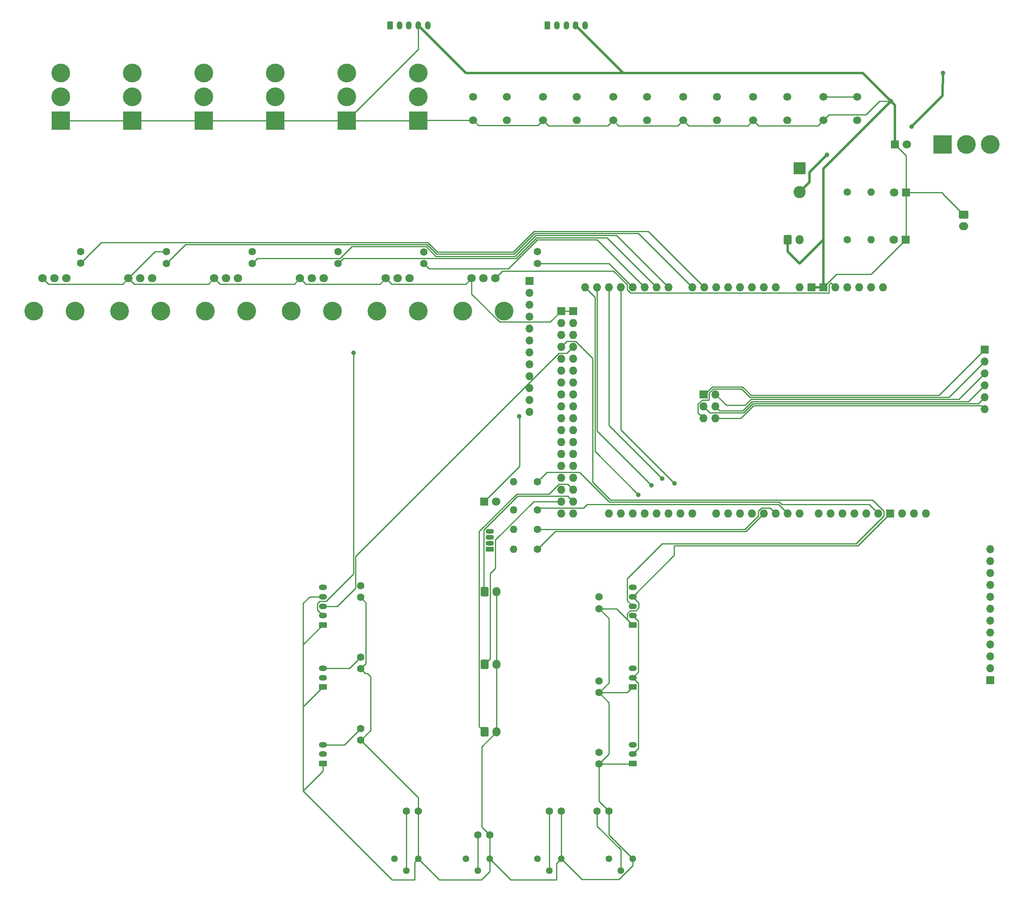
<source format=gbr>
%TF.GenerationSoftware,KiCad,Pcbnew,(7.0.0-0)*%
%TF.CreationDate,2024-03-29T02:07:55+01:00*%
%TF.ProjectId,universalRobotTx,756e6976-6572-4736-916c-526f626f7454,rev?*%
%TF.SameCoordinates,Original*%
%TF.FileFunction,Copper,L2,Bot*%
%TF.FilePolarity,Positive*%
%FSLAX46Y46*%
G04 Gerber Fmt 4.6, Leading zero omitted, Abs format (unit mm)*
G04 Created by KiCad (PCBNEW (7.0.0-0)) date 2024-03-29 02:07:55*
%MOMM*%
%LPD*%
G01*
G04 APERTURE LIST*
G04 Aperture macros list*
%AMRoundRect*
0 Rectangle with rounded corners*
0 $1 Rounding radius*
0 $2 $3 $4 $5 $6 $7 $8 $9 X,Y pos of 4 corners*
0 Add a 4 corners polygon primitive as box body*
4,1,4,$2,$3,$4,$5,$6,$7,$8,$9,$2,$3,0*
0 Add four circle primitives for the rounded corners*
1,1,$1+$1,$2,$3*
1,1,$1+$1,$4,$5*
1,1,$1+$1,$6,$7*
1,1,$1+$1,$8,$9*
0 Add four rect primitives between the rounded corners*
20,1,$1+$1,$2,$3,$4,$5,0*
20,1,$1+$1,$4,$5,$6,$7,0*
20,1,$1+$1,$6,$7,$8,$9,0*
20,1,$1+$1,$8,$9,$2,$3,0*%
G04 Aperture macros list end*
%TA.AperFunction,ComponentPad*%
%ADD10R,1.700000X1.700000*%
%TD*%
%TA.AperFunction,ComponentPad*%
%ADD11O,1.700000X1.700000*%
%TD*%
%TA.AperFunction,ComponentPad*%
%ADD12O,1.727200X1.727200*%
%TD*%
%TA.AperFunction,ComponentPad*%
%ADD13R,1.727200X1.727200*%
%TD*%
%TA.AperFunction,ComponentPad*%
%ADD14R,4.000000X4.000000*%
%TD*%
%TA.AperFunction,ComponentPad*%
%ADD15C,4.000000*%
%TD*%
%TA.AperFunction,ComponentPad*%
%ADD16RoundRect,0.250000X-0.600000X-0.750000X0.600000X-0.750000X0.600000X0.750000X-0.600000X0.750000X0*%
%TD*%
%TA.AperFunction,ComponentPad*%
%ADD17O,1.700000X2.000000*%
%TD*%
%TA.AperFunction,ComponentPad*%
%ADD18RoundRect,0.250000X-0.750000X0.600000X-0.750000X-0.600000X0.750000X-0.600000X0.750000X0.600000X0*%
%TD*%
%TA.AperFunction,ComponentPad*%
%ADD19O,2.000000X1.700000*%
%TD*%
%TA.AperFunction,ComponentPad*%
%ADD20C,1.600000*%
%TD*%
%TA.AperFunction,ComponentPad*%
%ADD21O,1.600000X1.600000*%
%TD*%
%TA.AperFunction,ComponentPad*%
%ADD22R,2.600000X2.600000*%
%TD*%
%TA.AperFunction,ComponentPad*%
%ADD23C,2.600000*%
%TD*%
%TA.AperFunction,ComponentPad*%
%ADD24C,1.440000*%
%TD*%
%TA.AperFunction,WasherPad*%
%ADD25C,4.000000*%
%TD*%
%TA.AperFunction,ComponentPad*%
%ADD26C,1.800000*%
%TD*%
%TA.AperFunction,ComponentPad*%
%ADD27C,1.700000*%
%TD*%
%TA.AperFunction,ComponentPad*%
%ADD28R,1.800000X1.800000*%
%TD*%
%TA.AperFunction,ComponentPad*%
%ADD29R,1.800000X1.070000*%
%TD*%
%TA.AperFunction,ComponentPad*%
%ADD30O,1.800000X1.070000*%
%TD*%
%TA.AperFunction,ComponentPad*%
%ADD31O,1.750000X1.200000*%
%TD*%
%TA.AperFunction,ComponentPad*%
%ADD32RoundRect,0.250000X0.625000X-0.350000X0.625000X0.350000X-0.625000X0.350000X-0.625000X-0.350000X0*%
%TD*%
%TA.AperFunction,ComponentPad*%
%ADD33O,1.200000X1.750000*%
%TD*%
%TA.AperFunction,ComponentPad*%
%ADD34RoundRect,0.250000X-0.350000X-0.625000X0.350000X-0.625000X0.350000X0.625000X-0.350000X0.625000X0*%
%TD*%
%TA.AperFunction,ViaPad*%
%ADD35C,1.000000*%
%TD*%
%TA.AperFunction,Conductor*%
%ADD36C,0.250000*%
%TD*%
%TA.AperFunction,Conductor*%
%ADD37C,0.500000*%
%TD*%
G04 APERTURE END LIST*
D10*
%TO.P,J13,1,Pin_1*%
%TO.N,unconnected-(J13-Pin_1-Pad1)*%
X-20319999Y-134619999D03*
D11*
%TO.P,J13,2,Pin_2*%
%TO.N,unconnected-(J13-Pin_2-Pad2)*%
X-20319999Y-132079999D03*
%TO.P,J13,3,Pin_3*%
%TO.N,D11*%
X-20319999Y-129539999D03*
%TO.P,J13,4,Pin_4*%
%TO.N,D12*%
X-20319999Y-126999999D03*
%TO.P,J13,5,Pin_5*%
%TO.N,GND*%
X-20319999Y-124459999D03*
%TO.P,J13,6,Pin_6*%
%TO.N,AREF*%
X-20319999Y-121919999D03*
%TO.P,J13,7,Pin_7*%
%TO.N,SDA*%
X-20319999Y-119379999D03*
%TO.P,J13,8,Pin_8*%
%TO.N,SCL*%
X-20319999Y-116839999D03*
%TO.P,J13,9,Pin_9*%
%TO.N,unconnected-(J13-Pin_9-Pad9)*%
X-20319999Y-114299999D03*
%TO.P,J13,10,Pin_10*%
%TO.N,unconnected-(J13-Pin_10-Pad10)*%
X-20319999Y-111759999D03*
%TO.P,J13,11,Pin_11*%
%TO.N,3V3*%
X-20319999Y-109219999D03*
%TO.P,J13,12,Pin_12*%
%TO.N,IORF*%
X-20319999Y-106679999D03*
%TD*%
D10*
%TO.P,J15,1,Pin_1*%
%TO.N,D53*%
X-118540514Y-49471853D03*
D11*
%TO.P,J15,2,Pin_2*%
%TO.N,D52*%
X-118540514Y-52011853D03*
%TO.P,J15,3,Pin_3*%
%TO.N,D51*%
X-118540514Y-54551853D03*
%TO.P,J15,4,Pin_4*%
%TO.N,D50*%
X-118540514Y-57091853D03*
%TO.P,J15,5,Pin_5*%
%TO.N,D47*%
X-118540514Y-59631853D03*
%TO.P,J15,6,Pin_6*%
%TO.N,D46*%
X-118540514Y-62171853D03*
%TO.P,J15,7,Pin_7*%
%TO.N,D45*%
X-118540514Y-64711853D03*
%TO.P,J15,8,Pin_8*%
%TO.N,D44*%
X-118540514Y-67251853D03*
%TO.P,J15,9,Pin_9*%
%TO.N,D43*%
X-118540514Y-69791853D03*
%TO.P,J15,10,Pin_10*%
%TO.N,D42*%
X-118540514Y-72331853D03*
%TO.P,J15,11,Pin_11*%
%TO.N,D41*%
X-118540514Y-74871853D03*
%TO.P,J15,12,Pin_12*%
%TO.N,D40*%
X-118540514Y-77411853D03*
%TD*%
D10*
%TO.P,J14,1,Pin_1*%
%TO.N,Net-(A1-SPI_GND)*%
X-21492353Y-64080078D03*
D11*
%TO.P,J14,2,Pin_2*%
%TO.N,Net-(A1-SPI_5V)*%
X-21492353Y-66620078D03*
%TO.P,J14,3,Pin_3*%
%TO.N,Net-(A1-SPI_RESET)*%
X-21492353Y-69160078D03*
%TO.P,J14,4,Pin_4*%
%TO.N,Net-(A1-SPI_SCK)*%
X-21492353Y-71700078D03*
%TO.P,J14,5,Pin_5*%
%TO.N,Net-(A1-SPI_MOSI)*%
X-21492353Y-74240078D03*
%TO.P,J14,6,Pin_6*%
%TO.N,Net-(A1-SPI_MISO)*%
X-21492353Y-76780078D03*
%TD*%
D12*
%TO.P,A1,VIN,VIN*%
%TO.N,7-12V*%
X-60959999Y-50799999D03*
%TO.P,A1,SDA,SDA*%
%TO.N,SDA*%
X-36575999Y-99059999D03*
%TO.P,A1,SCL,SCL*%
%TO.N,SCL*%
X-34035999Y-99059999D03*
%TO.P,A1,SCK,SPI_SCK*%
%TO.N,Net-(A1-SPI_SCK)*%
X-78866999Y-76199999D03*
%TO.P,A1,RST2,SPI_RESET*%
%TO.N,Net-(A1-SPI_RESET)*%
X-78866999Y-73659999D03*
%TO.P,A1,RST1,RESET*%
%TO.N,Net-(A1-RESET)*%
X-48259999Y-50799999D03*
%TO.P,A1,MOSI,SPI_MOSI*%
%TO.N,Net-(A1-SPI_MOSI)*%
X-81406999Y-76199999D03*
%TO.P,A1,MISO,SPI_MISO*%
%TO.N,Net-(A1-SPI_MISO)*%
X-78866999Y-78739999D03*
%TO.P,A1,IORF,IOREF*%
%TO.N,IORF*%
X-45719999Y-50799999D03*
D13*
%TO.P,A1,GND6,GND*%
%TO.N,GND*%
X-111759999Y-55879999D03*
%TO.P,A1,GND5,GND*%
X-109219999Y-55879999D03*
%TO.P,A1,GND4,SPI_GND*%
%TO.N,Net-(A1-SPI_GND)*%
X-81406999Y-73659999D03*
%TO.P,A1,GND3,GND*%
%TO.N,GND*%
X-58419999Y-50799999D03*
%TO.P,A1,GND2,GND*%
X-55879999Y-50799999D03*
%TO.P,A1,GND1,GND*%
X-41655999Y-99059999D03*
D12*
%TO.P,A1,D53,D53_CS*%
%TO.N,D53*%
X-111759999Y-58419999D03*
%TO.P,A1,D52,D52_SCK*%
%TO.N,D52*%
X-109219999Y-58419999D03*
%TO.P,A1,D51,D51_MOSI*%
%TO.N,D51*%
X-111759999Y-60959999D03*
%TO.P,A1,D50,D50_MISO*%
%TO.N,D50*%
X-109219999Y-60959999D03*
%TO.P,A1,D49,D49*%
%TO.N,D49*%
X-111759999Y-63499999D03*
%TO.P,A1,D48,D48*%
%TO.N,D48*%
X-109219999Y-63499999D03*
%TO.P,A1,D47,D47*%
%TO.N,D47*%
X-111759999Y-66039999D03*
%TO.P,A1,D46,D46*%
%TO.N,D46*%
X-109219999Y-66039999D03*
%TO.P,A1,D45,D45*%
%TO.N,D45*%
X-111759999Y-68579999D03*
%TO.P,A1,D44,D44*%
%TO.N,D44*%
X-109219999Y-68579999D03*
%TO.P,A1,D43,D43*%
%TO.N,D43*%
X-111759999Y-71119999D03*
%TO.P,A1,D42,D42*%
%TO.N,D42*%
X-109219999Y-71119999D03*
%TO.P,A1,D41,D41*%
%TO.N,D41*%
X-111759999Y-73659999D03*
%TO.P,A1,D40,D40*%
%TO.N,D40*%
X-109219999Y-73659999D03*
%TO.P,A1,D39,D39*%
%TO.N,D39*%
X-111759999Y-76199999D03*
%TO.P,A1,D38,D38*%
%TO.N,D38*%
X-109219999Y-76199999D03*
%TO.P,A1,D37,D37*%
%TO.N,D37*%
X-111759999Y-78739999D03*
%TO.P,A1,D36,D36*%
%TO.N,Net-(SW16-B)*%
X-109219999Y-78739999D03*
%TO.P,A1,D35,D35*%
%TO.N,Net-(SW17-B)*%
X-111759999Y-81279999D03*
%TO.P,A1,D34,D34*%
%TO.N,Net-(SW15-B)*%
X-109219999Y-81279999D03*
%TO.P,A1,D33,D33*%
%TO.N,Net-(SW14-B)*%
X-111759999Y-83819999D03*
%TO.P,A1,D32,D32*%
%TO.N,Net-(SW13-B)*%
X-109219999Y-83819999D03*
%TO.P,A1,D31,D31*%
%TO.N,Net-(SW1-B)*%
X-111759999Y-86359999D03*
%TO.P,A1,D30,D30*%
%TO.N,Net-(A1-PadD30)*%
X-109219999Y-86359999D03*
%TO.P,A1,D29,D29*%
%TO.N,Net-(A1-PadD29)*%
X-111759999Y-88899999D03*
%TO.P,A1,D28,D28*%
%TO.N,Net-(A1-PadD28)*%
X-109219999Y-88899999D03*
%TO.P,A1,D27,D27*%
%TO.N,Net-(A1-PadD27)*%
X-111759999Y-91439999D03*
%TO.P,A1,D26,D26*%
%TO.N,Net-(A1-PadD26)*%
X-109219999Y-91439999D03*
%TO.P,A1,D25,D25*%
%TO.N,Net-(A1-PadD25)*%
X-111759999Y-93979999D03*
%TO.P,A1,D24,D24*%
%TO.N,Net-(A1-PadD24)*%
X-109219999Y-93979999D03*
%TO.P,A1,D23,D23*%
%TO.N,Net-(A1-PadD23)*%
X-111759999Y-96519999D03*
%TO.P,A1,D22,D22*%
%TO.N,Net-(A1-PadD22)*%
X-109219999Y-96519999D03*
%TO.P,A1,D21,D21/SCL*%
%TO.N,unconnected-(A1-D21{slash}SCL-PadD21)*%
X-101599999Y-99059999D03*
%TO.P,A1,D20,D20/SDA*%
%TO.N,unconnected-(A1-D20{slash}SDA-PadD20)*%
X-99059999Y-99059999D03*
%TO.P,A1,D19,D19/RX1*%
%TO.N,unconnected-(A1-D19{slash}RX1-PadD19)*%
X-96519999Y-99059999D03*
%TO.P,A1,D18,D18/TX1*%
%TO.N,unconnected-(A1-D18{slash}TX1-PadD18)*%
X-93979999Y-99059999D03*
%TO.P,A1,D17,D17/RX2*%
%TO.N,unconnected-(A1-D17{slash}RX2-PadD17)*%
X-91439999Y-99059999D03*
%TO.P,A1,D16,D16/TX2*%
%TO.N,unconnected-(A1-D16{slash}TX2-PadD16)*%
X-88899999Y-99059999D03*
%TO.P,A1,D15,D15/RX3*%
%TO.N,unconnected-(A1-D15{slash}RX3-PadD15)*%
X-86359999Y-99059999D03*
%TO.P,A1,D14,D14/TX3*%
%TO.N,unconnected-(A1-D14{slash}TX3-PadD14)*%
X-83819999Y-99059999D03*
%TO.P,A1,D13,D13*%
%TO.N,Net-(A1-PadD13)*%
X-44195999Y-99059999D03*
%TO.P,A1,D12,D12*%
%TO.N,D12*%
X-46735999Y-99059999D03*
%TO.P,A1,D11,D11*%
%TO.N,D11*%
X-49275999Y-99059999D03*
%TO.P,A1,D10,D10*%
%TO.N,Net-(J5-Pin_1)*%
X-51815999Y-99059999D03*
%TO.P,A1,D9,D9*%
%TO.N,Net-(J4-Pin_1)*%
X-54355999Y-99059999D03*
%TO.P,A1,D8,D8*%
%TO.N,Net-(A1-PadD8)*%
X-56895999Y-99059999D03*
%TO.P,A1,D7,D7*%
%TO.N,Net-(A1-PadD7)*%
X-60959999Y-99059999D03*
%TO.P,A1,D6,D6*%
%TO.N,Net-(A1-PadD6)*%
X-63499999Y-99059999D03*
%TO.P,A1,D5,D5*%
%TO.N,Net-(A1-PadD5)*%
X-66039999Y-99059999D03*
%TO.P,A1,D4,D4*%
%TO.N,Net-(A1-PadD4)*%
X-68579999Y-99059999D03*
%TO.P,A1,D3,D3_INT1*%
%TO.N,D3*%
X-71119999Y-99059999D03*
%TO.P,A1,D2,D2_INT0*%
%TO.N,D2*%
X-73659999Y-99059999D03*
%TO.P,A1,D1,D1/TX0*%
%TO.N,unconnected-(A1-D1{slash}TX0-PadD1)*%
X-76199999Y-99059999D03*
%TO.P,A1,D0,D0/RX0*%
%TO.N,unconnected-(A1-D0{slash}RX0-PadD0)*%
X-78739999Y-99059999D03*
%TO.P,A1,AREF,AREF*%
%TO.N,AREF*%
X-39115999Y-99059999D03*
%TO.P,A1,A15,A15*%
%TO.N,Net-(A1-PadA15)*%
X-106679999Y-50799999D03*
%TO.P,A1,A14,A14*%
%TO.N,Net-(A1-PadA14)*%
X-104139999Y-50799999D03*
%TO.P,A1,A13,A13*%
%TO.N,Net-(A1-PadA13)*%
X-101599999Y-50799999D03*
%TO.P,A1,A12,A12*%
%TO.N,Net-(A1-PadA12)*%
X-99059999Y-50799999D03*
%TO.P,A1,A11,A11*%
%TO.N,Net-(A1-PadA11)*%
X-96519999Y-50799999D03*
%TO.P,A1,A10,A10*%
%TO.N,Net-(A1-PadA10)*%
X-93979999Y-50799999D03*
%TO.P,A1,A9,A9*%
%TO.N,Net-(A1-PadA9)*%
X-91439999Y-50799999D03*
%TO.P,A1,A8,A8*%
%TO.N,Net-(A1-PadA8)*%
X-88899999Y-50799999D03*
%TO.P,A1,A7,A7*%
%TO.N,Net-(A1-PadA7)*%
X-83819999Y-50799999D03*
%TO.P,A1,A6,A6*%
%TO.N,Net-(A1-PadA6)*%
X-81279999Y-50799999D03*
%TO.P,A1,A5,A5*%
%TO.N,Net-(J1-Pin_5)*%
X-78739999Y-50799999D03*
%TO.P,A1,A4,A4*%
%TO.N,Net-(J9-Pin_3)*%
X-76199999Y-50799999D03*
%TO.P,A1,A3,A3*%
%TO.N,Net-(J8-Pin_3)*%
X-73659999Y-50799999D03*
%TO.P,A1,A2,A2*%
%TO.N,Net-(J2-Pin_5)*%
X-71119999Y-50799999D03*
%TO.P,A1,A1,A1*%
%TO.N,Net-(J6-Pin_3)*%
X-68579999Y-50799999D03*
%TO.P,A1,A0,A0*%
%TO.N,Net-(J7-Pin_3)*%
X-66039999Y-50799999D03*
%TO.P,A1,5V4,5V*%
%TO.N,5V*%
X-111759999Y-99059999D03*
%TO.P,A1,5V3,5V*%
X-109219999Y-99059999D03*
%TO.P,A1,5V2,SPI_5V*%
%TO.N,Net-(A1-SPI_5V)*%
X-81406999Y-78739999D03*
%TO.P,A1,5V1,5V*%
%TO.N,5V*%
X-53339999Y-50799999D03*
%TO.P,A1,3V3,3.3V*%
%TO.N,3V3*%
X-50799999Y-50799999D03*
%TO.P,A1,*%
%TO.N,*%
X-43179999Y-50799999D03*
%TD*%
D14*
%TO.P,SW17,1,A*%
%TO.N,GND*%
X-172719999Y-15239999D03*
D15*
%TO.P,SW17,2,B*%
%TO.N,Net-(SW17-B)*%
X-172720000Y-10160000D03*
%TO.P,SW17,3,C*%
%TO.N,unconnected-(SW17-C-Pad3)*%
X-172720000Y-5080000D03*
%TD*%
%TO.P,SW16,3,C*%
%TO.N,unconnected-(SW16-C-Pad3)*%
X-142240000Y-5080000D03*
%TO.P,SW16,2,B*%
%TO.N,Net-(SW16-B)*%
X-142240000Y-10160000D03*
D14*
%TO.P,SW16,1,A*%
%TO.N,GND*%
X-142239999Y-15239999D03*
%TD*%
%TO.P,SW15,1,A*%
%TO.N,GND*%
X-157479999Y-15239999D03*
D15*
%TO.P,SW15,2,B*%
%TO.N,Net-(SW15-B)*%
X-157480000Y-10160000D03*
%TO.P,SW15,3,C*%
%TO.N,unconnected-(SW15-C-Pad3)*%
X-157480000Y-5080000D03*
%TD*%
D14*
%TO.P,SW14,1,A*%
%TO.N,GND*%
X-203199999Y-15239999D03*
D15*
%TO.P,SW14,2,B*%
%TO.N,Net-(SW14-B)*%
X-203200000Y-10160000D03*
%TO.P,SW14,3,C*%
%TO.N,unconnected-(SW14-C-Pad3)*%
X-203200000Y-5080000D03*
%TD*%
D14*
%TO.P,SW13,1,A*%
%TO.N,GND*%
X-187959999Y-15239999D03*
D15*
%TO.P,SW13,2,B*%
%TO.N,Net-(SW13-B)*%
X-187960000Y-10160000D03*
%TO.P,SW13,3,C*%
%TO.N,unconnected-(SW13-C-Pad3)*%
X-187960000Y-5080000D03*
%TD*%
D14*
%TO.P,SW1,1,A*%
%TO.N,GND*%
X-218439999Y-15239999D03*
D15*
%TO.P,SW1,2,B*%
%TO.N,Net-(SW1-B)*%
X-218440000Y-10160000D03*
%TO.P,SW1,3,C*%
%TO.N,unconnected-(SW1-C-Pad3)*%
X-218440000Y-5080000D03*
%TD*%
D16*
%TO.P,SW5,1,1*%
%TO.N,Net-(A1-PadD24)*%
X-128080429Y-145661307D03*
D17*
%TO.P,SW5,2,2*%
%TO.N,GND*%
X-125580428Y-145661306D03*
%TD*%
D16*
%TO.P,SW4,1,1*%
%TO.N,Net-(A1-PadD23)*%
X-128080429Y-131199771D03*
D17*
%TO.P,SW4,2,2*%
%TO.N,GND*%
X-125580428Y-131199770D03*
%TD*%
D16*
%TO.P,SW3,1,1*%
%TO.N,Net-(A1-PadD22)*%
X-128080429Y-115761307D03*
D17*
%TO.P,SW3,2,2*%
%TO.N,GND*%
X-125580428Y-115761306D03*
%TD*%
D18*
%TO.P,SW6,1,1*%
%TO.N,GND*%
X-25999730Y-35277234D03*
D19*
%TO.P,SW6,2,2*%
%TO.N,Net-(A1-RESET)*%
X-25999729Y-37777233D03*
%TD*%
D20*
%TO.P,R6,1*%
%TO.N,Net-(A1-PadD13)*%
X-116840000Y-92249283D03*
D21*
%TO.P,R6,2*%
%TO.N,Net-(D1-A)*%
X-121919999Y-92249282D03*
%TD*%
D20*
%TO.P,R5,1*%
%TO.N,Net-(A1-PadD8)*%
X-50800000Y-40640000D03*
D21*
%TO.P,R5,2*%
%TO.N,Net-(D4-A)*%
X-45719999Y-40639999D03*
%TD*%
%TO.P,R4,2*%
%TO.N,Net-(D2-BK)*%
X-121918787Y-98260331D03*
D20*
%TO.P,R4,1*%
%TO.N,Net-(A1-PadD6)*%
X-116838788Y-98260332D03*
%TD*%
%TO.P,R3,1*%
%TO.N,Net-(A1-PadD5)*%
X-116840000Y-102409283D03*
D21*
%TO.P,R3,2*%
%TO.N,Net-(D2-GK)*%
X-121919999Y-102409282D03*
%TD*%
%TO.P,R2,2*%
%TO.N,Net-(D2-RK)*%
X-121919999Y-106679999D03*
D20*
%TO.P,R2,1*%
%TO.N,Net-(A1-PadD4)*%
X-116840000Y-106680000D03*
%TD*%
%TO.P,R1,1*%
%TO.N,Net-(A1-PadD7)*%
X-50800000Y-30480000D03*
D21*
%TO.P,R1,2*%
%TO.N,Net-(D3-A)*%
X-45719999Y-30479999D03*
%TD*%
D22*
%TO.P,J3,1,Pin_1*%
%TO.N,Net-(J3-Pin_1)*%
X-60959999Y-25399999D03*
D23*
%TO.P,J3,2,Pin_2*%
%TO.N,Net-(J3-Pin_2)*%
X-60960000Y-30480000D03*
%TD*%
D24*
%TO.P,RV13,1,1*%
%TO.N,GND*%
X-127000000Y-172720000D03*
%TO.P,RV13,2,2*%
%TO.N,Net-(A1-PadA15)*%
X-129540000Y-175260000D03*
%TO.P,RV13,3,3*%
%TO.N,5V*%
X-132080000Y-172720000D03*
%TD*%
%TO.P,RV12,1,1*%
%TO.N,GND*%
X-111760000Y-172720000D03*
%TO.P,RV12,2,2*%
%TO.N,Net-(A1-PadA14)*%
X-114300000Y-175260000D03*
%TO.P,RV12,3,3*%
%TO.N,5V*%
X-116840000Y-172720000D03*
%TD*%
%TO.P,RV11,1,1*%
%TO.N,GND*%
X-96520000Y-172720000D03*
%TO.P,RV11,2,2*%
%TO.N,Net-(A1-PadA13)*%
X-99060000Y-175260000D03*
%TO.P,RV11,3,3*%
%TO.N,5V*%
X-101600000Y-172720000D03*
%TD*%
%TO.P,RV7,1,1*%
%TO.N,GND*%
X-142240000Y-172720000D03*
%TO.P,RV7,2,2*%
%TO.N,Net-(A1-PadA12)*%
X-144780000Y-175260000D03*
%TO.P,RV7,3,3*%
%TO.N,5V*%
X-147320000Y-172720000D03*
%TD*%
D25*
%TO.P,RV6,*%
%TO.N,*%
X-123952000Y-55880000D03*
X-132752000Y-55880000D03*
D26*
%TO.P,RV6,1,1*%
%TO.N,GND*%
X-130852000Y-48880000D03*
%TO.P,RV6,2,2*%
%TO.N,Net-(A1-PadA11)*%
X-128352000Y-48880000D03*
%TO.P,RV6,3,3*%
%TO.N,5V*%
X-125852000Y-48880000D03*
%TD*%
D25*
%TO.P,RV5,*%
%TO.N,*%
X-142240000Y-55880000D03*
X-151040000Y-55880000D03*
D26*
%TO.P,RV5,1,1*%
%TO.N,GND*%
X-149140000Y-48880000D03*
%TO.P,RV5,2,2*%
%TO.N,Net-(A1-PadA10)*%
X-146640000Y-48880000D03*
%TO.P,RV5,3,3*%
%TO.N,5V*%
X-144140000Y-48880000D03*
%TD*%
D25*
%TO.P,RV4,*%
%TO.N,*%
X-160528000Y-55880000D03*
X-169328000Y-55880000D03*
D26*
%TO.P,RV4,1,1*%
%TO.N,GND*%
X-167428000Y-48880000D03*
%TO.P,RV4,2,2*%
%TO.N,Net-(A1-PadA9)*%
X-164928000Y-48880000D03*
%TO.P,RV4,3,3*%
%TO.N,5V*%
X-162428000Y-48880000D03*
%TD*%
D25*
%TO.P,RV3,*%
%TO.N,*%
X-178816000Y-55880000D03*
X-187616000Y-55880000D03*
D26*
%TO.P,RV3,1,1*%
%TO.N,GND*%
X-185716000Y-48880000D03*
%TO.P,RV3,2,2*%
%TO.N,Net-(A1-PadA8)*%
X-183216000Y-48880000D03*
%TO.P,RV3,3,3*%
%TO.N,5V*%
X-180716000Y-48880000D03*
%TD*%
D25*
%TO.P,RV2,*%
%TO.N,*%
X-197104000Y-55880000D03*
X-205904000Y-55880000D03*
D26*
%TO.P,RV2,1,1*%
%TO.N,GND*%
X-204004000Y-48880000D03*
%TO.P,RV2,2,2*%
%TO.N,Net-(A1-PadA7)*%
X-201504000Y-48880000D03*
%TO.P,RV2,3,3*%
%TO.N,5V*%
X-199004000Y-48880000D03*
%TD*%
%TO.P,RV1,3,3*%
%TO.N,5V*%
X-217292000Y-48880000D03*
%TO.P,RV1,2,2*%
%TO.N,Net-(A1-PadA6)*%
X-219792000Y-48880000D03*
%TO.P,RV1,1,1*%
%TO.N,GND*%
X-222292000Y-48880000D03*
D25*
%TO.P,RV1,*%
%TO.N,*%
X-224192000Y-55880000D03*
X-215392000Y-55880000D03*
%TD*%
D27*
%TO.P,SW2,3*%
%TO.N,N/C*%
X-48680000Y-15160000D03*
%TO.P,SW2,2,2*%
%TO.N,GND*%
X-55880000Y-15160000D03*
%TO.P,SW2,1,1*%
%TO.N,Net-(A1-PadD25)*%
X-48680000Y-10160000D03*
X-55880000Y-10160000D03*
%TD*%
D26*
%TO.P,D3,2,A*%
%TO.N,Net-(D3-A)*%
X-40818345Y-30571326D03*
D28*
%TO.P,D3,1,K*%
%TO.N,GND*%
X-38278344Y-30571325D03*
%TD*%
D29*
%TO.P,D2,1,RK*%
%TO.N,Net-(D2-RK)*%
X-126999999Y-106679999D03*
D30*
%TO.P,D2,2,GK*%
%TO.N,Net-(D2-GK)*%
X-126999999Y-105409999D03*
%TO.P,D2,3,A*%
%TO.N,GND*%
X-126999999Y-104139999D03*
%TO.P,D2,4,BK*%
%TO.N,Net-(D2-BK)*%
X-126999999Y-102869999D03*
%TD*%
D27*
%TO.P,SW11,3*%
%TO.N,N/C*%
X-123379332Y-15123047D03*
%TO.P,SW11,2,2*%
%TO.N,GND*%
X-130579332Y-15123047D03*
%TO.P,SW11,1,1*%
%TO.N,Net-(A1-PadD29)*%
X-123379332Y-10123047D03*
X-130579332Y-10123047D03*
%TD*%
D20*
%TO.P,C3,1*%
%TO.N,Net-(J2-Pin_5)*%
X-103703118Y-116840000D03*
%TO.P,C3,2*%
%TO.N,GND*%
X-103703118Y-119340000D03*
%TD*%
D28*
%TO.P,D4,1,K*%
%TO.N,GND*%
X-38308868Y-40639999D03*
D26*
%TO.P,D4,2,A*%
%TO.N,Net-(D4-A)*%
X-40848869Y-40640000D03*
%TD*%
D27*
%TO.P,SW8,1,1*%
%TO.N,Net-(A1-PadD26)*%
X-85759734Y-10160000D03*
X-78559734Y-10160000D03*
%TO.P,SW8,2,2*%
%TO.N,GND*%
X-85759734Y-15160000D03*
%TO.P,SW8,3*%
%TO.N,N/C*%
X-78559734Y-15160000D03*
%TD*%
D31*
%TO.P,J7,3,Pin_3*%
%TO.N,Net-(J7-Pin_3)*%
X-96519999Y-148399999D03*
%TO.P,J7,2,Pin_2*%
%TO.N,5V*%
X-96519999Y-150399999D03*
D32*
%TO.P,J7,1,Pin_1*%
%TO.N,GND*%
X-96520000Y-152400000D03*
%TD*%
%TO.P,J2,1,Pin_1*%
%TO.N,GND*%
X-96520000Y-122840000D03*
D31*
%TO.P,J2,2,Pin_2*%
%TO.N,5V*%
X-96519999Y-120839999D03*
%TO.P,J2,3,Pin_3*%
%TO.N,D49*%
X-96519999Y-118839999D03*
%TO.P,J2,4,Pin_4*%
%TO.N,GND*%
X-96519999Y-116839999D03*
%TO.P,J2,5,Pin_5*%
%TO.N,Net-(J2-Pin_5)*%
X-96519999Y-114839999D03*
%TD*%
D32*
%TO.P,J9,1,Pin_1*%
%TO.N,GND*%
X-162560000Y-136080000D03*
D31*
%TO.P,J9,2,Pin_2*%
%TO.N,5V*%
X-162559999Y-134079999D03*
%TO.P,J9,3,Pin_3*%
%TO.N,Net-(J9-Pin_3)*%
X-162559999Y-132079999D03*
%TD*%
D27*
%TO.P,SW10,3*%
%TO.N,N/C*%
X-108439466Y-15160000D03*
%TO.P,SW10,2,2*%
%TO.N,GND*%
X-115639466Y-15160000D03*
%TO.P,SW10,1,1*%
%TO.N,Net-(A1-PadD28)*%
X-108439466Y-10160000D03*
X-115639466Y-10160000D03*
%TD*%
D16*
%TO.P,J11,1,Pin_1*%
%TO.N,GND*%
X-63460000Y-40640000D03*
D17*
%TO.P,J11,2,Pin_2*%
%TO.N,7-12V*%
X-60959999Y-40639999D03*
%TD*%
D26*
%TO.P,D5,2,A*%
%TO.N,7-12V*%
X-38100000Y-20320000D03*
D28*
%TO.P,D5,1,K*%
%TO.N,GND*%
X-40639999Y-20319999D03*
%TD*%
D20*
%TO.P,C17,2*%
%TO.N,GND*%
X-101600000Y-162560000D03*
%TO.P,C17,1*%
%TO.N,Net-(A1-PadA13)*%
X-104100000Y-162560000D03*
%TD*%
%TO.P,C2,1*%
%TO.N,Net-(J6-Pin_3)*%
X-103703118Y-134781657D03*
%TO.P,C2,2*%
%TO.N,GND*%
X-103703118Y-137281657D03*
%TD*%
%TO.P,C12,1*%
%TO.N,Net-(A1-PadA11)*%
X-116840000Y-45720000D03*
%TO.P,C12,2*%
%TO.N,GND*%
X-116840000Y-43220000D03*
%TD*%
D32*
%TO.P,J1,1,Pin_1*%
%TO.N,GND*%
X-162560000Y-122840000D03*
D31*
%TO.P,J1,2,Pin_2*%
%TO.N,5V*%
X-162559999Y-120839999D03*
%TO.P,J1,3,Pin_3*%
%TO.N,D48*%
X-162559999Y-118839999D03*
%TO.P,J1,4,Pin_4*%
%TO.N,GND*%
X-162559999Y-116839999D03*
%TO.P,J1,5,Pin_5*%
%TO.N,Net-(J1-Pin_5)*%
X-162559999Y-114839999D03*
%TD*%
D27*
%TO.P,SW9,3*%
%TO.N,N/C*%
X-63619868Y-15160000D03*
%TO.P,SW9,2,2*%
%TO.N,GND*%
X-70819868Y-15160000D03*
%TO.P,SW9,1,1*%
%TO.N,Net-(A1-PadD27)*%
X-63619868Y-10160000D03*
X-70819868Y-10160000D03*
%TD*%
D20*
%TO.P,C5,1*%
%TO.N,Net-(J9-Pin_3)*%
X-154503118Y-129701657D03*
%TO.P,C5,2*%
%TO.N,GND*%
X-154503118Y-132201657D03*
%TD*%
%TO.P,C8,1*%
%TO.N,Net-(A1-PadA7)*%
X-195936020Y-45720000D03*
%TO.P,C8,2*%
%TO.N,GND*%
X-195936020Y-43220000D03*
%TD*%
%TO.P,C18,1*%
%TO.N,Net-(A1-PadA14)*%
X-114260000Y-162560000D03*
%TO.P,C18,2*%
%TO.N,GND*%
X-111760000Y-162560000D03*
%TD*%
%TO.P,C7,1*%
%TO.N,Net-(A1-PadA6)*%
X-214234683Y-45649417D03*
%TO.P,C7,2*%
%TO.N,GND*%
X-214234683Y-43149417D03*
%TD*%
%TO.P,C19,1*%
%TO.N,Net-(A1-PadA15)*%
X-129500000Y-167640000D03*
%TO.P,C19,2*%
%TO.N,GND*%
X-127000000Y-167640000D03*
%TD*%
D15*
%TO.P,SW7,3,C*%
%TO.N,unconnected-(SW7-C-Pad3)*%
X-20320000Y-20320000D03*
%TO.P,SW7,2,B*%
%TO.N,Net-(J3-Pin_2)*%
X-25400000Y-20320000D03*
D14*
%TO.P,SW7,1,A*%
%TO.N,7-12V*%
X-30479999Y-20319999D03*
%TD*%
D20*
%TO.P,C13,2*%
%TO.N,GND*%
X-142240000Y-162560000D03*
%TO.P,C13,1*%
%TO.N,Net-(A1-PadA12)*%
X-144740000Y-162560000D03*
%TD*%
%TO.P,C4,1*%
%TO.N,Net-(J8-Pin_3)*%
X-154503118Y-144941657D03*
%TO.P,C4,2*%
%TO.N,GND*%
X-154503118Y-147441657D03*
%TD*%
%TO.P,C6,2*%
%TO.N,GND*%
X-154503118Y-116961657D03*
%TO.P,C6,1*%
%TO.N,Net-(J1-Pin_5)*%
X-154503118Y-114461657D03*
%TD*%
D32*
%TO.P,J8,1,Pin_1*%
%TO.N,GND*%
X-162560000Y-152400000D03*
D31*
%TO.P,J8,2,Pin_2*%
%TO.N,5V*%
X-162559999Y-150399999D03*
%TO.P,J8,3,Pin_3*%
%TO.N,Net-(J8-Pin_3)*%
X-162559999Y-148399999D03*
%TD*%
D33*
%TO.P,J4,5,Pin_5*%
%TO.N,unconnected-(J4-Pin_5-Pad5)*%
X-140239999Y5079999D03*
%TO.P,J4,4,Pin_4*%
%TO.N,GND*%
X-142239999Y5079999D03*
%TO.P,J4,3,Pin_3*%
%TO.N,7-12V*%
X-144239999Y5079999D03*
%TO.P,J4,2,Pin_2*%
%TO.N,unconnected-(J4-Pin_2-Pad2)*%
X-146239999Y5079999D03*
D34*
%TO.P,J4,1,Pin_1*%
%TO.N,Net-(J4-Pin_1)*%
X-148240000Y5080000D03*
%TD*%
D28*
%TO.P,D1,1,K*%
%TO.N,GND*%
X-128194297Y-96519999D03*
D26*
%TO.P,D1,2,A*%
%TO.N,Net-(D1-A)*%
X-125654298Y-96520000D03*
%TD*%
D20*
%TO.P,C11,2*%
%TO.N,GND*%
X-141040028Y-43235024D03*
%TO.P,C11,1*%
%TO.N,Net-(A1-PadA10)*%
X-141040028Y-45735024D03*
%TD*%
%TO.P,C1,1*%
%TO.N,Net-(J7-Pin_3)*%
X-103703118Y-150021657D03*
%TO.P,C1,2*%
%TO.N,GND*%
X-103703118Y-152521657D03*
%TD*%
D34*
%TO.P,J5,1,Pin_1*%
%TO.N,Net-(J5-Pin_1)*%
X-114680000Y5080000D03*
D33*
%TO.P,J5,2,Pin_2*%
%TO.N,unconnected-(J5-Pin_2-Pad2)*%
X-112679999Y5079999D03*
%TO.P,J5,3,Pin_3*%
%TO.N,7-12V*%
X-110679999Y5079999D03*
%TO.P,J5,4,Pin_4*%
%TO.N,GND*%
X-108679999Y5079999D03*
%TO.P,J5,5,Pin_5*%
%TO.N,unconnected-(J5-Pin_5-Pad5)*%
X-106679999Y5079999D03*
%TD*%
D27*
%TO.P,SW12,3*%
%TO.N,N/C*%
X-93499600Y-15160000D03*
%TO.P,SW12,2,2*%
%TO.N,GND*%
X-100699600Y-15160000D03*
%TO.P,SW12,1,1*%
%TO.N,Net-(A1-PadD30)*%
X-93499600Y-10160000D03*
X-100699600Y-10160000D03*
%TD*%
D20*
%TO.P,C10,1*%
%TO.N,Net-(A1-PadA9)*%
X-159338694Y-45720000D03*
%TO.P,C10,2*%
%TO.N,GND*%
X-159338694Y-43220000D03*
%TD*%
D32*
%TO.P,J6,1,Pin_1*%
%TO.N,GND*%
X-96520000Y-136080000D03*
D31*
%TO.P,J6,2,Pin_2*%
%TO.N,5V*%
X-96519999Y-134079999D03*
%TO.P,J6,3,Pin_3*%
%TO.N,Net-(J6-Pin_3)*%
X-96519999Y-132079999D03*
%TD*%
D20*
%TO.P,C9,1*%
%TO.N,Net-(A1-PadA8)*%
X-177637357Y-45720000D03*
%TO.P,C9,2*%
%TO.N,GND*%
X-177637357Y-43220000D03*
%TD*%
D35*
%TO.N,Net-(J3-Pin_2)*%
X-30415149Y-5112314D03*
%TO.N,GND*%
X-41498132Y-11063852D03*
X-120693615Y-78290373D03*
%TO.N,5V*%
X-156015566Y-64755739D03*
%TO.N,Net-(A1-PadA12)*%
X-87605681Y-92656315D03*
%TO.N,Net-(A1-PadA13)*%
X-90208382Y-91644154D03*
%TO.N,Net-(A1-PadA14)*%
X-92521894Y-93090099D03*
%TO.N,Net-(A1-PadA15)*%
X-95320039Y-95066223D03*
%TO.N,Net-(J3-Pin_2)*%
X-37081308Y-16502422D03*
X-55110698Y-22533159D03*
%TD*%
D36*
%TO.N,Net-(A1-SPI_GND)*%
X-81407000Y-73660000D02*
X-80668400Y-74398600D01*
X-80668400Y-74398600D02*
X-80668400Y-73144069D01*
X-80668400Y-73144069D02*
X-79545731Y-72021400D01*
X-79545731Y-72021400D02*
X-73110608Y-72021400D01*
X-73110608Y-72021400D02*
X-71326929Y-73805079D01*
X-71326929Y-73805079D02*
X-31217354Y-73805079D01*
X-31217354Y-73805079D02*
X-21492354Y-64080079D01*
%TO.N,Net-(A1-SPI_5V)*%
X-81407000Y-78740000D02*
X-82595600Y-77551400D01*
X-82595600Y-77551400D02*
X-82595600Y-75707665D01*
X-82595600Y-75707665D02*
X-81736535Y-74848600D01*
X-81736535Y-74848600D02*
X-80218400Y-74848600D01*
X-80218400Y-74848600D02*
X-80218400Y-73330465D01*
X-80218400Y-73330465D02*
X-79359335Y-72471400D01*
X-79359335Y-72471400D02*
X-73297004Y-72471400D01*
X-73297004Y-72471400D02*
X-71513325Y-74255079D01*
X-71513325Y-74255079D02*
X-29127354Y-74255079D01*
X-29127354Y-74255079D02*
X-21492354Y-66620079D01*
%TO.N,Net-(A1-SPI_RESET)*%
X-78867000Y-73660000D02*
X-76537829Y-75989171D01*
X-27037354Y-74705079D02*
X-21492354Y-69160079D01*
X-76537829Y-75989171D02*
X-72611021Y-75989171D01*
X-72611021Y-75989171D02*
X-71326929Y-74705079D01*
X-71326929Y-74705079D02*
X-27037354Y-74705079D01*
%TO.N,Net-(A1-SPI_SCK)*%
X-78867000Y-76200000D02*
X-77965600Y-77101400D01*
X-77965600Y-77101400D02*
X-73086854Y-77101400D01*
X-73086854Y-77101400D02*
X-71140533Y-75155079D01*
X-71140533Y-75155079D02*
X-24947354Y-75155079D01*
X-24947354Y-75155079D02*
X-21492354Y-71700079D01*
%TO.N,Net-(A1-SPI_MISO)*%
X-78867000Y-78740000D02*
X-73452662Y-78740000D01*
X-73452662Y-78740000D02*
X-70767741Y-76055079D01*
X-70767741Y-76055079D02*
X-22217354Y-76055079D01*
X-22217354Y-76055079D02*
X-21492354Y-76780079D01*
%TO.N,Net-(A1-SPI_MOSI)*%
X-72917210Y-77551400D02*
X-72908834Y-77559776D01*
X-72908834Y-77559776D02*
X-70954137Y-75605079D01*
X-80055600Y-77551400D02*
X-72917210Y-77551400D01*
X-81407000Y-76200000D02*
X-80055600Y-77551400D01*
X-70954137Y-75605079D02*
X-22857354Y-75605079D01*
X-22857354Y-75605079D02*
X-21492354Y-74240079D01*
%TO.N,GND*%
X-120693615Y-78290373D02*
X-120653524Y-78330464D01*
X-120653524Y-78330464D02*
X-120653524Y-88979226D01*
X-120653524Y-88979226D02*
X-128194298Y-96520000D01*
%TO.N,D49*%
X-96520000Y-118840000D02*
X-97720000Y-117640000D01*
X-97720000Y-117640000D02*
X-97720000Y-112960000D01*
X-97720000Y-112960000D02*
X-90217645Y-105457645D01*
X-90217645Y-105457645D02*
X-48912710Y-105457645D01*
X-48912710Y-105457645D02*
X-43007400Y-99552335D01*
X-43007400Y-99552335D02*
X-43007400Y-98567665D01*
X-43007400Y-98567665D02*
X-45390065Y-96185000D01*
X-45390065Y-96185000D02*
X-101261409Y-96185000D01*
X-101261409Y-96185000D02*
X-105040000Y-92406409D01*
X-105040000Y-92406409D02*
X-105040000Y-65999065D01*
X-105040000Y-65999065D02*
X-108727665Y-62311400D01*
X-108727665Y-62311400D02*
X-110571400Y-62311400D01*
X-110571400Y-62311400D02*
X-111760000Y-63500000D01*
%TO.N,Net-(A1-PadA15)*%
X-95320039Y-95066223D02*
X-104590000Y-85796262D01*
X-104590000Y-52890000D02*
X-106680000Y-50800000D01*
X-104590000Y-85796262D02*
X-104590000Y-52890000D01*
%TO.N,GND*%
X-195936020Y-43220000D02*
X-198344000Y-43220000D01*
X-198344000Y-43220000D02*
X-204004000Y-48880000D01*
D37*
%TO.N,Net-(J3-Pin_2)*%
X-30415149Y-5112314D02*
X-30480000Y-5080000D01*
%TO.N,GND*%
X-41498132Y-11061868D02*
X-47480000Y-5080000D01*
X-41498132Y-11063852D02*
X-41498132Y-11061868D01*
X-41496148Y-11063852D02*
X-41498132Y-11063852D01*
D36*
X-55880000Y-15160000D02*
X-54705000Y-13985000D01*
X-54705000Y-13985000D02*
X-46829302Y-13985000D01*
X-46829302Y-13985000D02*
X-43924302Y-11080000D01*
X-43924302Y-11080000D02*
X-41480000Y-11080000D01*
D37*
X-55880000Y-25480000D02*
X-41480000Y-11080000D01*
D36*
X-111760000Y-55880000D02*
X-109220000Y-55880000D01*
X-124915047Y-58205000D02*
X-114085000Y-58205000D01*
X-114085000Y-58205000D02*
X-111760000Y-55880000D01*
%TO.N,Net-(A1-PadD25)*%
X-55880000Y-10160000D02*
X-48680000Y-10160000D01*
D37*
%TO.N,GND*%
X-41480000Y-11080000D02*
X-40640000Y-11920000D01*
D36*
%TO.N,5V*%
X-156078118Y-64693187D02*
X-156078118Y-64638118D01*
X-156015566Y-64755739D02*
X-156078118Y-64693187D01*
X-156078118Y-64818291D02*
X-156015566Y-64755739D01*
X-156078118Y-111941266D02*
X-156078118Y-64818291D01*
X-161901852Y-117765000D02*
X-156078118Y-111941266D01*
X-162560000Y-117765000D02*
X-161901852Y-117765000D01*
%TO.N,D48*%
X-162560000Y-118840000D02*
X-159480000Y-118840000D01*
X-155628118Y-114988118D02*
X-155628118Y-108227183D01*
X-112252335Y-64851400D02*
X-110571400Y-64851400D01*
X-159480000Y-118840000D02*
X-155628118Y-114988118D01*
X-110571400Y-64851400D02*
X-109220000Y-63500000D01*
X-155628118Y-108227183D02*
X-112252335Y-64851400D01*
%TO.N,5V*%
X-163218148Y-117765000D02*
X-162560000Y-117765000D01*
X-163760000Y-118306852D02*
X-163218148Y-117765000D01*
X-163760000Y-119640000D02*
X-163760000Y-118306852D01*
X-162560000Y-120840000D02*
X-163760000Y-119640000D01*
%TO.N,GND*%
X-166748366Y-121028366D02*
X-166748366Y-118202169D01*
X-166761561Y-121041561D02*
X-166748366Y-121028366D01*
X-166748366Y-118202169D02*
X-165386197Y-116840000D01*
X-165386197Y-116840000D02*
X-162560000Y-116840000D01*
X-166761561Y-127041561D02*
X-166761561Y-121041561D01*
D37*
%TO.N,Net-(J3-Pin_2)*%
X-58857852Y-26280313D02*
X-58857852Y-28377852D01*
X-58857852Y-28377852D02*
X-60960000Y-30480000D01*
D36*
%TO.N,Net-(A1-PadA12)*%
X-87605681Y-92656315D02*
X-99060000Y-81201996D01*
X-99060000Y-81201996D02*
X-99060000Y-50800000D01*
%TO.N,Net-(A1-PadA13)*%
X-90208382Y-91644154D02*
X-101600000Y-80252536D01*
X-101600000Y-80252536D02*
X-101600000Y-50800000D01*
%TO.N,Net-(A1-PadA14)*%
X-92521894Y-93090099D02*
X-104140000Y-81471993D01*
X-104140000Y-81471993D02*
X-104140000Y-50800000D01*
%TO.N,GND*%
X-96520000Y-116840000D02*
X-87672401Y-107992401D01*
X-87672401Y-107992401D02*
X-87672401Y-105907645D01*
X-87672401Y-105907645D02*
X-48503645Y-105907645D01*
X-48503645Y-105907645D02*
X-41656000Y-99060000D01*
X-96520000Y-122840000D02*
X-97720000Y-121640000D01*
X-97720000Y-120436460D02*
X-97048540Y-119765000D01*
X-95235840Y-118124160D02*
X-96520000Y-116840000D01*
X-97720000Y-121640000D02*
X-97720000Y-120436460D01*
X-97048540Y-119765000D02*
X-95846601Y-119765000D01*
X-95846601Y-119765000D02*
X-95235840Y-119154239D01*
X-95235840Y-119154239D02*
X-95235840Y-118124160D01*
%TO.N,Net-(A1-PadD13)*%
X-116840000Y-92249283D02*
X-114842117Y-90251400D01*
X-114842117Y-90251400D02*
X-107868600Y-90251400D01*
X-107868600Y-90251400D02*
X-101485000Y-96635000D01*
X-64803078Y-97120526D02*
X-46135474Y-97120526D01*
X-46135474Y-97120526D02*
X-44196000Y-99060000D01*
X-65288604Y-96635000D02*
X-64803078Y-97120526D01*
X-101485000Y-96635000D02*
X-65288604Y-96635000D01*
%TO.N,Net-(A1-PadD24)*%
X-128080429Y-145661307D02*
X-129255429Y-144486307D01*
X-129255429Y-144486307D02*
X-129255429Y-102907809D01*
X-114342335Y-94881400D02*
X-112252335Y-92791400D01*
X-129255429Y-102907809D02*
X-121229020Y-94881400D01*
X-121229020Y-94881400D02*
X-114342335Y-94881400D01*
X-112252335Y-92791400D02*
X-110408600Y-92791400D01*
X-110408600Y-92791400D02*
X-109220000Y-93980000D01*
%TO.N,Net-(A1-PadD23)*%
X-128080429Y-131199771D02*
X-126905429Y-130024771D01*
X-126905429Y-130024771D02*
X-126905429Y-111854571D01*
X-126905429Y-111854571D02*
X-125775000Y-110724142D01*
X-117621708Y-96520000D02*
X-111760000Y-96520000D01*
X-125775000Y-110724142D02*
X-125775000Y-104673292D01*
X-125775000Y-104673292D02*
X-117621708Y-96520000D01*
%TO.N,Net-(A1-PadD22)*%
X-128080429Y-115761307D02*
X-128225000Y-115616736D01*
X-128225000Y-115616736D02*
X-128225000Y-102513776D01*
X-128225000Y-102513776D02*
X-121042624Y-95331400D01*
X-121042624Y-95331400D02*
X-110408600Y-95331400D01*
X-110408600Y-95331400D02*
X-109220000Y-96520000D01*
%TO.N,GND*%
X-142240000Y-172720000D02*
X-142990455Y-173470455D01*
X-142990455Y-173470455D02*
X-142990455Y-177183577D01*
X-142990455Y-177183577D02*
X-147815094Y-177183577D01*
X-147815094Y-177183577D02*
X-166761561Y-158237110D01*
X-127000000Y-172720000D02*
X-127000000Y-175438075D01*
X-127000000Y-175438075D02*
X-128804115Y-177242190D01*
X-128804115Y-177242190D02*
X-137717810Y-177242190D01*
X-137717810Y-177242190D02*
X-142240000Y-172720000D01*
X-111760000Y-172720000D02*
X-112779915Y-173739915D01*
X-112779915Y-173739915D02*
X-112779915Y-177214814D01*
X-112779915Y-177214814D02*
X-122505186Y-177214814D01*
X-122505186Y-177214814D02*
X-127000000Y-172720000D01*
%TO.N,Net-(A1-PadA13)*%
X-99060000Y-175260000D02*
X-99060000Y-170816396D01*
X-104100000Y-165776396D02*
X-104100000Y-162560000D01*
X-99060000Y-170816396D02*
X-104100000Y-165776396D01*
%TO.N,GND*%
X-96520000Y-172720000D02*
X-96520000Y-174197854D01*
X-96520000Y-174197854D02*
X-99472826Y-177150680D01*
X-99472826Y-177150680D02*
X-107329320Y-177150680D01*
X-107329320Y-177150680D02*
X-111760000Y-172720000D01*
%TO.N,5V*%
X-125852000Y-48880000D02*
X-124267000Y-47295000D01*
X-124267000Y-47295000D02*
X-100661396Y-47295000D01*
X-54691400Y-50247796D02*
X-54291802Y-49848198D01*
X-100661396Y-47295000D02*
X-97708600Y-50247796D01*
X-97708600Y-50247796D02*
X-97708600Y-51292335D01*
X-97708600Y-51292335D02*
X-97012335Y-51988600D01*
X-97012335Y-51988600D02*
X-54691400Y-51988600D01*
X-54291802Y-49848198D02*
X-53340000Y-50800000D01*
X-54691400Y-51988600D02*
X-54691400Y-50247796D01*
%TO.N,Net-(A1-PadD4)*%
X-116840000Y-106680000D02*
X-113019283Y-102859283D01*
X-113019283Y-102859283D02*
X-72379283Y-102859283D01*
X-72379283Y-102859283D02*
X-68580000Y-99060000D01*
%TO.N,Net-(J8-Pin_3)*%
X-162560000Y-148400000D02*
X-157961461Y-148400000D01*
X-157961461Y-148400000D02*
X-154503118Y-144941657D01*
%TO.N,GND*%
X-166761561Y-140281561D02*
X-166761561Y-127041561D01*
X-166761561Y-127041561D02*
X-162560000Y-122840000D01*
X-166761561Y-158237110D02*
X-166761561Y-140281561D01*
X-166761561Y-140281561D02*
X-162560000Y-136080000D01*
X-166761561Y-158237110D02*
X-162560000Y-154035549D01*
X-162560000Y-154035549D02*
X-162560000Y-152400000D01*
X-127000000Y-167640000D02*
X-128728531Y-165911469D01*
X-128728531Y-165911469D02*
X-128728531Y-148809409D01*
X-128728531Y-148809409D02*
X-125580429Y-145661307D01*
X-125580429Y-131199771D02*
X-125580429Y-115761307D01*
X-125580429Y-145661307D02*
X-125580429Y-131199771D01*
X-154503118Y-132201657D02*
X-153378118Y-131076657D01*
X-153378118Y-131076657D02*
X-153378118Y-118086657D01*
X-153378118Y-118086657D02*
X-154503118Y-116961657D01*
X-154503118Y-147441657D02*
X-152400000Y-145338539D01*
X-152400000Y-145338539D02*
X-152400000Y-133849275D01*
X-153062971Y-133186304D02*
X-153518471Y-133186304D01*
X-152400000Y-133849275D02*
X-153062971Y-133186304D01*
X-153518471Y-133186304D02*
X-154503118Y-132201657D01*
X-142240000Y-162560000D02*
X-142240000Y-159704775D01*
X-142240000Y-159704775D02*
X-154503118Y-147441657D01*
X-142240000Y-172720000D02*
X-142240000Y-162560000D01*
X-111760000Y-172720000D02*
X-111760000Y-162560000D01*
X-127000000Y-172720000D02*
X-127000000Y-167640000D01*
X-101600000Y-162560000D02*
X-101600000Y-167640000D01*
X-101600000Y-167640000D02*
X-96520000Y-172720000D01*
X-103703118Y-152521657D02*
X-103703118Y-160456882D01*
X-103703118Y-160456882D02*
X-101600000Y-162560000D01*
X-103703118Y-137281657D02*
X-101563817Y-139420958D01*
X-101563817Y-139420958D02*
X-101563817Y-150382356D01*
X-101563817Y-150382356D02*
X-103703118Y-152521657D01*
X-103703118Y-137281657D02*
X-101600000Y-135178539D01*
X-101600000Y-135178539D02*
X-101600000Y-121443118D01*
X-101600000Y-121443118D02*
X-103703118Y-119340000D01*
%TO.N,Net-(A1-PadA12)*%
X-144780000Y-175260000D02*
X-144780000Y-162600000D01*
%TO.N,Net-(A1-PadA15)*%
X-129540000Y-175260000D02*
X-129540000Y-167680000D01*
%TO.N,Net-(A1-PadA14)*%
X-114300000Y-175260000D02*
X-114300000Y-162600000D01*
%TO.N,5V*%
X-96520000Y-134080000D02*
X-95320000Y-135280000D01*
X-95320000Y-135280000D02*
X-95320000Y-149200000D01*
X-95320000Y-149200000D02*
X-96520000Y-150400000D01*
X-96520000Y-120840000D02*
X-95320000Y-122040000D01*
X-95320000Y-122040000D02*
X-95320000Y-132880000D01*
X-95320000Y-132880000D02*
X-96520000Y-134080000D01*
D37*
%TO.N,GND*%
X-63460000Y-43220000D02*
X-60960000Y-45720000D01*
X-63460000Y-40640000D02*
X-63460000Y-43220000D01*
X-55880000Y-25480000D02*
X-55880000Y-40640000D01*
X-55880000Y-40640000D02*
X-55880000Y-50800000D01*
X-60960000Y-45720000D02*
X-55880000Y-40640000D01*
D36*
X-30480000Y-30571326D02*
X-38278345Y-30571326D01*
X-25999730Y-35277234D02*
X-30480000Y-30796964D01*
X-30480000Y-30796964D02*
X-30480000Y-30571326D01*
%TO.N,Net-(J9-Pin_3)*%
X-162560000Y-132080000D02*
X-156881461Y-132080000D01*
X-156881461Y-132080000D02*
X-154503118Y-129701657D01*
%TO.N,Net-(A1-PadD6)*%
X-116838788Y-98260332D02*
X-116449856Y-97871400D01*
X-116449856Y-97871400D02*
X-107014472Y-97871400D01*
X-107014472Y-97871400D02*
X-106228072Y-97085000D01*
X-65475000Y-97085000D02*
X-63500000Y-99060000D01*
X-106228072Y-97085000D02*
X-65475000Y-97085000D01*
%TO.N,Net-(A1-PadD5)*%
X-116840000Y-102409283D02*
X-72625548Y-102409283D01*
X-72625548Y-102409283D02*
X-69768600Y-99552335D01*
X-69768600Y-99552335D02*
X-69768600Y-98567665D01*
X-69768600Y-98567665D02*
X-69072335Y-97871400D01*
X-69072335Y-97871400D02*
X-67228600Y-97871400D01*
X-67228600Y-97871400D02*
X-66040000Y-99060000D01*
%TO.N,Net-(A1-PadA6)*%
X-214234683Y-45649417D02*
X-209795290Y-41210024D01*
X-209795290Y-41210024D02*
X-140201245Y-41210024D01*
X-140201245Y-41210024D02*
X-138151245Y-43260024D01*
X-93240000Y-38840000D02*
X-81280000Y-50800000D01*
X-138151245Y-43260024D02*
X-122005608Y-43260024D01*
X-122005608Y-43260024D02*
X-117585584Y-38840000D01*
X-117585584Y-38840000D02*
X-93240000Y-38840000D01*
%TO.N,Net-(A1-PadA7)*%
X-195936020Y-45720000D02*
X-191876044Y-41660024D01*
X-191876044Y-41660024D02*
X-140387641Y-41660024D01*
X-95330000Y-39290000D02*
X-83820000Y-50800000D01*
X-140387641Y-41660024D02*
X-138337641Y-43710024D01*
X-138337641Y-43710024D02*
X-121819212Y-43710024D01*
X-121819212Y-43710024D02*
X-117399188Y-39290000D01*
X-117399188Y-39290000D02*
X-95330000Y-39290000D01*
%TO.N,Net-(A1-PadA8)*%
X-177637357Y-45720000D02*
X-176512357Y-44595000D01*
X-176512357Y-44595000D02*
X-158872703Y-44595000D01*
X-140574037Y-42110024D02*
X-138524037Y-44160024D01*
X-158872703Y-44595000D02*
X-156387727Y-42110024D01*
X-99960000Y-39740000D02*
X-88900000Y-50800000D01*
X-156387727Y-42110024D02*
X-140574037Y-42110024D01*
X-138524037Y-44160024D02*
X-121632816Y-44160024D01*
X-121632816Y-44160024D02*
X-117212792Y-39740000D01*
X-117212792Y-39740000D02*
X-99960000Y-39740000D01*
%TO.N,Net-(A1-PadA9)*%
X-159338694Y-45720000D02*
X-158228718Y-44610024D01*
X-158228718Y-44610024D02*
X-121446420Y-44610024D01*
X-121446420Y-44610024D02*
X-117026396Y-40190000D01*
X-117026396Y-40190000D02*
X-102050000Y-40190000D01*
X-102050000Y-40190000D02*
X-91440000Y-50800000D01*
%TO.N,Net-(A1-PadA10)*%
X-123045000Y-46845000D02*
X-116840000Y-40640000D01*
X-104140000Y-40640000D02*
X-93980000Y-50800000D01*
X-139930052Y-46845000D02*
X-123045000Y-46845000D01*
X-116840000Y-40640000D02*
X-104140000Y-40640000D01*
X-141040028Y-45735024D02*
X-139930052Y-46845000D01*
%TO.N,Net-(A1-PadA11)*%
X-116840000Y-45720000D02*
X-101600000Y-45720000D01*
X-101600000Y-45720000D02*
X-96520000Y-50800000D01*
%TO.N,GND*%
X-204004000Y-48880000D02*
X-205229000Y-50105000D01*
X-205229000Y-50105000D02*
X-221067000Y-50105000D01*
X-221067000Y-50105000D02*
X-222292000Y-48880000D01*
X-185716000Y-48880000D02*
X-186941000Y-50105000D01*
X-202779000Y-50105000D02*
X-204004000Y-48880000D01*
X-186941000Y-50105000D02*
X-202779000Y-50105000D01*
X-167428000Y-48880000D02*
X-168653000Y-50105000D01*
X-168653000Y-50105000D02*
X-184491000Y-50105000D01*
X-184491000Y-50105000D02*
X-185716000Y-48880000D01*
X-149140000Y-48880000D02*
X-150365000Y-50105000D01*
X-150365000Y-50105000D02*
X-166203000Y-50105000D01*
X-166203000Y-50105000D02*
X-167428000Y-48880000D01*
X-130852000Y-48880000D02*
X-132077000Y-50105000D01*
X-132077000Y-50105000D02*
X-147915000Y-50105000D01*
X-147915000Y-50105000D02*
X-149140000Y-48880000D01*
X-124915047Y-58205000D02*
X-130852000Y-52268047D01*
X-130852000Y-52268047D02*
X-130852000Y-48880000D01*
X-157480000Y-15240000D02*
X-142240000Y0D01*
X-142240000Y0D02*
X-142240000Y5080000D01*
X-203200000Y-15240000D02*
X-218440000Y-15240000D01*
X-187960000Y-15240000D02*
X-203200000Y-15240000D01*
X-172720000Y-15240000D02*
X-187960000Y-15240000D01*
X-157480000Y-15240000D02*
X-172720000Y-15240000D01*
X-142240000Y-15240000D02*
X-157480000Y-15240000D01*
X-130579332Y-15123047D02*
X-142123047Y-15123047D01*
X-142123047Y-15123047D02*
X-142240000Y-15240000D01*
D37*
%TO.N,Net-(J3-Pin_2)*%
X-58857852Y-26280313D02*
X-55110698Y-22533159D01*
X-30480000Y-9901114D02*
X-30415149Y-5112314D01*
X-37081308Y-16502422D02*
X-30480000Y-9901114D01*
D36*
X-55110698Y-22533159D02*
X-55299159Y-22470338D01*
D37*
%TO.N,GND*%
X-55880000Y-50800000D02*
X-58420000Y-50800000D01*
D36*
X-38308869Y-40640000D02*
X-45687121Y-48018252D01*
X-45687121Y-48018252D02*
X-53098252Y-48018252D01*
X-53098252Y-48018252D02*
X-55880000Y-50800000D01*
X-38278345Y-30571326D02*
X-38278345Y-40609476D01*
X-38278345Y-40609476D02*
X-38308869Y-40640000D01*
D37*
X-40640000Y-11920000D02*
X-40640000Y-20320000D01*
D36*
X-115639466Y-15160000D02*
X-116777513Y-16298047D01*
X-116777513Y-16298047D02*
X-129404332Y-16298047D01*
X-129404332Y-16298047D02*
X-130579332Y-15123047D01*
X-100699600Y-15160000D02*
X-101874600Y-16335000D01*
X-101874600Y-16335000D02*
X-114464466Y-16335000D01*
X-114464466Y-16335000D02*
X-115639466Y-15160000D01*
X-85759734Y-15160000D02*
X-86934734Y-16335000D01*
X-86934734Y-16335000D02*
X-99524600Y-16335000D01*
X-99524600Y-16335000D02*
X-100699600Y-15160000D01*
X-70819868Y-15160000D02*
X-71994868Y-16335000D01*
X-71994868Y-16335000D02*
X-84584734Y-16335000D01*
X-84584734Y-16335000D02*
X-85759734Y-15160000D01*
X-55880000Y-15160000D02*
X-57055000Y-16335000D01*
X-57055000Y-16335000D02*
X-69644868Y-16335000D01*
X-69644868Y-16335000D02*
X-70819868Y-15160000D01*
D37*
X-98520000Y-5080000D02*
X-132080000Y-5080000D01*
X-132080000Y-5080000D02*
X-142240000Y5080000D01*
X-41480000Y-11080000D02*
X-41496148Y-11063852D01*
X-47480000Y-5080000D02*
X-98520000Y-5080000D01*
X-98520000Y-5080000D02*
X-108680000Y5080000D01*
D36*
X-38278345Y-30571326D02*
X-38278345Y-22681655D01*
X-38278345Y-22681655D02*
X-40640000Y-20320000D01*
X-96520000Y-122840000D02*
X-100020000Y-119340000D01*
X-100020000Y-119340000D02*
X-103703118Y-119340000D01*
X-96520000Y-136080000D02*
X-97721657Y-137281657D01*
X-97721657Y-137281657D02*
X-103703118Y-137281657D01*
X-96520000Y-152400000D02*
X-96641657Y-152521657D01*
X-96641657Y-152521657D02*
X-103703118Y-152521657D01*
%TD*%
M02*

</source>
